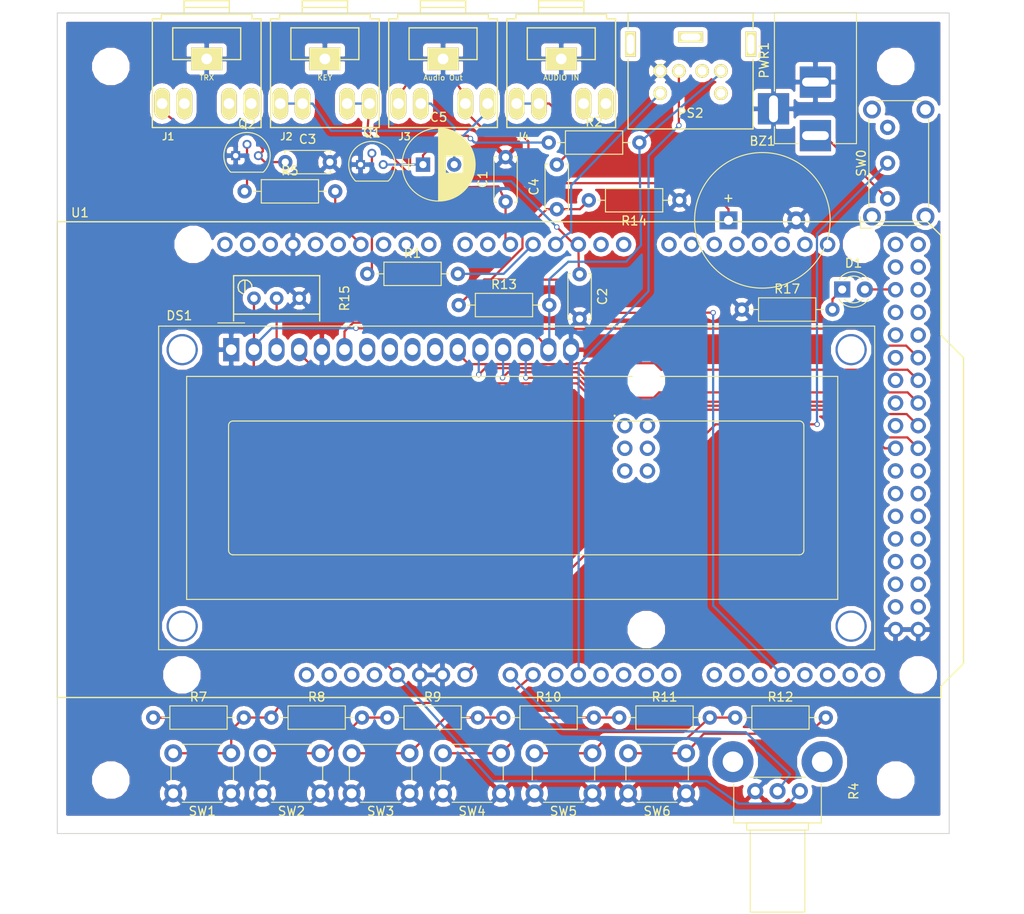
<source format=kicad_pcb>
(kicad_pcb (version 4) (host pcbnew 4.0.7-e2-6376~61~ubuntu18.04.1)
  (layers (0 F.Cu signal) (31 B.Cu signal) (34 B.Paste user) (35 F.Paste user) (36 B.SilkS user) (37 F.SilkS user) (38 B.Mask user) (39 F.Mask user) (44 Edge.Cuts user))
  (net 0 "")
  (net 1 "Net-(BZ1-Pad1)")
  (net 2 GND)
  (net 3 "Net-(C1-Pad1)")
  (net 4 "Net-(C2-Pad1)")
  (net 5 "Net-(C3-Pad1)")
  (net 6 "Net-(C4-Pad1)")
  (net 7 "Net-(C4-Pad2)")
  (net 8 "Net-(C5-Pad1)")
  (net 9 "Net-(C5-Pad2)")
  (net 10 "Net-(DS1-Pad15)")
  (net 11 "Net-(DS1-Pad3)")
  (net 12 "Net-(DS1-Pad4)")
  (net 13 "Net-(DS1-Pad6)")
  (net 14 "Net-(DS1-Pad7)")
  (net 15 "Net-(DS1-Pad8)")
  (net 16 "Net-(DS1-Pad9)")
  (net 17 "Net-(DS1-Pad10)")
  (net 18 "Net-(DS1-Pad11)")
  (net 19 "Net-(DS1-Pad12)")
  (net 20 "Net-(DS1-Pad13)")
  (net 21 "Net-(DS1-Pad14)")
  (net 22 "Net-(J1-Pad4)")
  (net 23 "Net-(J1-Pad5)")
  (net 24 "Net-(J5-Pad1)")
  (net 25 "Net-(J5-Pad2)")
  (net 26 "Net-(J5-Pad5)")
  (net 27 "Net-(J5-Pad6)")
  (net 28 "Net-(Q1-Pad2)")
  (net 29 "Net-(Q2-Pad2)")
  (net 30 "Net-(R1-Pad2)")
  (net 31 "Net-(R4-Pad2)")
  (net 32 "Net-(R5-Pad2)")
  (net 33 "Net-(R8-Pad2)")
  (net 34 "Net-(R10-Pad1)")
  (net 35 "Net-(R10-Pad2)")
  (net 36 "Net-(R11-Pad2)")
  (net 37 "Net-(R12-Pad2)")
  (net 38 "Net-(U1-PadRST2)")
  (net 39 "Net-(U1-PadGND4)")
  (net 40 "Net-(U1-PadMOSI)")
  (net 41 "Net-(U1-PadSCK)")
  (net 42 "Net-(U1-Pad5V2)")
  (net 43 "Net-(U1-Pad3V3)")
  (net 44 "Net-(U1-PadRST1)")
  (net 45 "Net-(U1-PadIORF)")
  (net 46 "Net-(U1-PadD21)")
  (net 47 "Net-(U1-PadD20)")
  (net 48 "Net-(U1-PadD19)")
  (net 49 "Net-(U1-PadD18)")
  (net 50 "Net-(U1-PadD17)")
  (net 51 "Net-(U1-PadD16)")
  (net 52 "Net-(U1-PadD15)")
  (net 53 "Net-(U1-PadD14)")
  (net 54 "Net-(U1-PadD0)")
  (net 55 "Net-(U1-PadD1)")
  (net 56 "Net-(U1-PadD6)")
  (net 57 "Net-(U1-PadD7)")
  (net 58 "Net-(U1-PadD8)")
  (net 59 "Net-(U1-PadD9)")
  (net 60 "Net-(U1-PadD10)")
  (net 61 "Net-(U1-PadSCL)")
  (net 62 "Net-(U1-PadSDA)")
  (net 63 "Net-(U1-PadAREF)")
  (net 64 "Net-(U1-PadD13)")
  (net 65 "Net-(U1-PadD12)")
  (net 66 "Net-(U1-PadA4)")
  (net 67 "Net-(U1-PadA5)")
  (net 68 "Net-(U1-PadA6)")
  (net 69 "Net-(U1-PadA7)")
  (net 70 "Net-(U1-PadA8)")
  (net 71 "Net-(U1-PadA9)")
  (net 72 "Net-(U1-PadA10)")
  (net 73 "Net-(U1-PadA12)")
  (net 74 "Net-(U1-PadA13)")
  (net 75 "Net-(U1-PadA14)")
  (net 76 "Net-(U1-PadA15)")
  (net 77 "Net-(U1-Pad5V3)")
  (net 78 "Net-(U1-Pad5V4)")
  (net 79 "Net-(U1-PadD22)")
  (net 80 "Net-(U1-PadD23)")
  (net 81 "Net-(U1-PadD25)")
  (net 82 "Net-(U1-PadD26)")
  (net 83 "Net-(U1-PadD27)")
  (net 84 "Net-(U1-PadD28)")
  (net 85 "Net-(U1-PadD29)")
  (net 86 "Net-(U1-PadD30)")
  (net 87 "Net-(U1-PadD32)")
  (net 88 "Net-(U1-PadD34)")
  (net 89 "Net-(U1-PadD36)")
  (net 90 "Net-(U1-PadD40)")
  (net 91 "Net-(U1-PadD41)")
  (net 92 "Net-(U1-PadD42)")
  (net 93 "Net-(U1-PadD43)")
  (net 94 "Net-(U1-PadD44)")
  (net 95 "Net-(U1-PadD45)")
  (net 96 "Net-(U1-PadD46)")
  (net 97 "Net-(U1-PadD47)")
  (net 98 "Net-(U1-PadD48)")
  (net 99 "Net-(U1-PadD49)")
  (net 100 "Net-(U1-PadD50)")
  (net 101 "Net-(U1-PadD51)")
  (net 102 "Net-(U1-PadD52)")
  (net 103 "Net-(U1-PadD53)")
  (net 104 "Net-(U1-PadMISO)")
  (net 105 "Net-(PWR1-Pad1)")
  (net 106 "Net-(SW0-Pad2)")
  (net 107 "Net-(D1-Pad1)")
  (net 108 "Net-(D1-Pad2)")
  (net 109 "Net-(R7-Pad2)")
  (net 110 "Net-(U1-PadA2)")
  (net 111 "Net-(J1-Pad2)")
  (net 112 "Net-(J4-Pad2)")
  (net 113 "Net-(J4-Pad5)")
  (module Buzzers_Beepers:Buzzer_15x7.5RM7.6 (layer F.Cu) (at 155.25 82.25)
    (fp_text reference BZ1 (at 3.81 -8.89) (layer F.SilkS))
    (fp_text value Buzzer)
    (fp_text user + (at -0.01 -2.54) (layer F.SilkS))
    (pad 1 thru_hole rect (at 0 0) (size 2 2) (drill 1) (layers *.Cu *.Mask) (net 1 "Net-(BZ1-Pad1)"))
    (pad 2 thru_hole circle (at 7.6 0) (size 2 2) (drill 1) (layers *.Cu *.Mask) (net 2 GND))
  )
  (module Capacitors_THT:CP_Radial_D8.0mm_P3.50mm (layer F.Cu) (at 121 76)
    (fp_text reference C5 (at 1.75 -5.31) (layer F.SilkS))
    (fp_text value 100uf)
    (pad 1 thru_hole rect (at 0 0) (size 1.6 1.6) (drill 0.8) (layers *.Cu *.Mask) (net 8 "Net-(C5-Pad1)"))
    (pad 2 thru_hole circle (at 3.5 0) (size 1.6 1.6) (drill 0.8) (layers *.Cu *.Mask) (net 9 "Net-(C5-Pad2)"))
  )
  (module Agilack:din6-schurter-4850261 (layer F.Cu) (at 151 65.5 180)
    (fp_text reference J5 hide)
    (fp_text value PS2 (at 0 -4.7244 180) (layer F.SilkS))
    (pad 1 thru_hole circle (at 1.3 0 180) (size 1.524 1.524) (drill 1.016) (layers *.Cu *.Mask F.SilkS) (net 24 "Net-(J5-Pad1)"))
    (pad 2 thru_hole circle (at -1.3 0 180) (size 1.524 1.524) (drill 1.016) (layers *.Cu *.Mask F.SilkS) (net 25 "Net-(J5-Pad2)"))
    (pad 3 thru_hole circle (at 3.4 0 180) (size 1.524 1.524) (drill 1.016) (layers *.Cu *.Mask F.SilkS) (net 2 GND))
    (pad 4 thru_hole circle (at -3.4 0 180) (size 1.524 1.524) (drill 1.016) (layers *.Cu *.Mask F.SilkS) (net 10 "Net-(DS1-Pad15)"))
    (pad 5 thru_hole circle (at 3.4 -2.5 180) (size 1.524 1.524) (drill 1.016) (layers *.Cu *.Mask F.SilkS) (net 26 "Net-(J5-Pad5)"))
    (pad 6 thru_hole circle (at -3.4 -2.5 180) (size 1.524 1.524) (drill 1.016) (layers *.Cu *.Mask F.SilkS) (net 27 "Net-(J5-Pad6)"))
    (pad 0 thru_hole rect (at -6.75 3 180) (size 1.2 2.8) (drill oval 0.8 2.2) (layers *.Cu *.Mask F.SilkS))
    (pad 0 thru_hole rect (at 6.75 3 180) (size 1.2 2.8) (drill oval 0.8 2.2) (layers *.Cu *.Mask F.SilkS))
    (pad 0 thru_hole rect (at 0 3.8 180) (size 2.8 1.2) (drill oval 2.2 0.8) (layers *.Cu *.Mask F.SilkS))
  )
  (module TO_SOT_Packages_THT:TO-92_Molded_Narrow (layer F.Cu) (at 114 76)
    (fp_text reference Q1 (at 1.27 -3.56) (layer F.SilkS))
    (fp_text value PN2222A)
    (pad 2 thru_hole circle (at 1.27 -1.27 90) (size 1 1) (drill 0.6) (layers *.Cu *.Mask) (net 28 "Net-(Q1-Pad2)"))
    (pad 3 thru_hole circle (at 2.54 0 90) (size 1 1) (drill 0.6) (layers *.Cu *.Mask) (net 8 "Net-(C5-Pad1)"))
    (pad 1 thru_hole rect (at 0 0 90) (size 1 1) (drill 0.6) (layers *.Cu *.Mask) (net 2 GND))
  )
  (module TO_SOT_Packages_THT:TO-92_Molded_Narrow (layer F.Cu) (at 100 75)
    (fp_text reference Q2 (at 1.27 -3.56) (layer F.SilkS))
    (fp_text value PN2222A)
    (pad 2 thru_hole circle (at 1.27 -1.27 90) (size 1 1) (drill 0.6) (layers *.Cu *.Mask) (net 29 "Net-(Q2-Pad2)"))
    (pad 3 thru_hole circle (at 2.54 0 90) (size 1 1) (drill 0.6) (layers *.Cu *.Mask) (net 5 "Net-(C3-Pad1)"))
    (pad 1 thru_hole rect (at 0 0 90) (size 1 1) (drill 0.6) (layers *.Cu *.Mask) (net 2 GND))
  )
  (module Resistors_THT:R_Axial_DIN0207_L6.3mm_D2.5mm_P10.16mm_Horizontal (layer F.Cu) (at 114.75 88.25)
    (fp_text reference R1 (at 5.08 -2.31) (layer F.SilkS))
    (fp_text value 100)
    (pad 1 thru_hole circle (at 0 0) (size 1.6 1.6) (drill 0.8) (layers *.Cu *.Mask) (net 28 "Net-(Q1-Pad2)"))
    (pad 2 thru_hole oval (at 10.16 0) (size 1.6 1.6) (drill 0.8) (layers *.Cu *.Mask) (net 30 "Net-(R1-Pad2)"))
  )
  (module Resistors_THT:R_Axial_DIN0207_L6.3mm_D2.5mm_P10.16mm_Horizontal (layer F.Cu) (at 135.1 73.53)
    (fp_text reference R2 (at 5.08 -2.31) (layer F.SilkS))
    (fp_text value 100)
    (pad 1 thru_hole circle (at 0 0) (size 1.6 1.6) (drill 0.8) (layers *.Cu *.Mask) (net 8 "Net-(C5-Pad1)"))
    (pad 2 thru_hole oval (at 10.16 0) (size 1.6 1.6) (drill 0.8) (layers *.Cu *.Mask) (net 10 "Net-(DS1-Pad15)"))
  )
  (module Potentiometers:Potentiometer_Bourns_PTV09A-2_Vertical (layer F.Cu) (at 158.25 146.25 270)
    (fp_text reference R4 (at 0 -11.05 270) (layer F.SilkS))
    (fp_text value 10k)
    (pad 3 thru_hole circle (at 0 -5 270) (size 1.8 1.8) (drill 1) (layers *.Cu *.Mask) (net 10 "Net-(DS1-Pad15)"))
    (pad 2 thru_hole circle (at 0 -2.5 270) (size 1.8 1.8) (drill 1) (layers *.Cu *.Mask) (net 31 "Net-(R4-Pad2)"))
    (pad 1 thru_hole circle (at 0 0 270) (size 1.8 1.8) (drill 1) (layers *.Cu *.Mask) (net 2 GND))
    (pad 0 thru_hole circle (at -3.3 -7.5 270) (size 4.6 4.6) (drill 2.3) (layers *.Cu *.Mask))
    (pad 0 thru_hole circle (at -3.3 2.5 270) (size 4.6 4.6) (drill 2.3) (layers *.Cu *.Mask))
  )
  (module Resistors_THT:R_Axial_DIN0207_L6.3mm_D2.5mm_P10.16mm_Horizontal (layer F.Cu) (at 101 79)
    (fp_text reference R5 (at 5.08 -2.31) (layer F.SilkS))
    (fp_text value 100)
    (pad 1 thru_hole circle (at 0 0) (size 1.6 1.6) (drill 0.8) (layers *.Cu *.Mask) (net 29 "Net-(Q2-Pad2)"))
    (pad 2 thru_hole oval (at 10.16 0) (size 1.6 1.6) (drill 0.8) (layers *.Cu *.Mask) (net 32 "Net-(R5-Pad2)"))
  )
  (module Resistors_THT:R_Axial_DIN0207_L6.3mm_D2.5mm_P10.16mm_Horizontal (layer F.Cu) (at 90.75 138)
    (fp_text reference R7 (at 5.08 -2.31) (layer F.SilkS))
    (fp_text value 10k)
    (pad 1 thru_hole circle (at 0 0) (size 1.6 1.6) (drill 0.8) (layers *.Cu *.Mask) (net 10 "Net-(DS1-Pad15)"))
    (pad 2 thru_hole oval (at 10.16 0) (size 1.6 1.6) (drill 0.8) (layers *.Cu *.Mask) (net 109 "Net-(R7-Pad2)"))
  )
  (module Resistors_THT:R_Axial_DIN0207_L6.3mm_D2.5mm_P10.16mm_Horizontal (layer F.Cu) (at 104 138)
    (fp_text reference R8 (at 5.08 -2.31) (layer F.SilkS))
    (fp_text value 1k)
    (pad 1 thru_hole circle (at 0 0) (size 1.6 1.6) (drill 0.8) (layers *.Cu *.Mask) (net 109 "Net-(R7-Pad2)"))
    (pad 2 thru_hole oval (at 10.16 0) (size 1.6 1.6) (drill 0.8) (layers *.Cu *.Mask) (net 33 "Net-(R8-Pad2)"))
  )
  (module Resistors_THT:R_Axial_DIN0207_L6.3mm_D2.5mm_P10.16mm_Horizontal (layer F.Cu) (at 117 138)
    (fp_text reference R9 (at 5.08 -2.31) (layer F.SilkS))
    (fp_text value 1k)
    (pad 1 thru_hole circle (at 0 0) (size 1.6 1.6) (drill 0.8) (layers *.Cu *.Mask) (net 33 "Net-(R8-Pad2)"))
    (pad 2 thru_hole oval (at 10.16 0) (size 1.6 1.6) (drill 0.8) (layers *.Cu *.Mask) (net 34 "Net-(R10-Pad1)"))
  )
  (module Resistors_THT:R_Axial_DIN0207_L6.3mm_D2.5mm_P10.16mm_Horizontal (layer F.Cu) (at 130 138)
    (fp_text reference R10 (at 5.08 -2.31) (layer F.SilkS))
    (fp_text value 1k)
    (pad 1 thru_hole circle (at 0 0) (size 1.6 1.6) (drill 0.8) (layers *.Cu *.Mask) (net 34 "Net-(R10-Pad1)"))
    (pad 2 thru_hole oval (at 10.16 0) (size 1.6 1.6) (drill 0.8) (layers *.Cu *.Mask) (net 35 "Net-(R10-Pad2)"))
  )
  (module Resistors_THT:R_Axial_DIN0207_L6.3mm_D2.5mm_P10.16mm_Horizontal (layer F.Cu) (at 143 138)
    (fp_text reference R11 (at 5.08 -2.31) (layer F.SilkS))
    (fp_text value 1k)
    (pad 1 thru_hole circle (at 0 0) (size 1.6 1.6) (drill 0.8) (layers *.Cu *.Mask) (net 35 "Net-(R10-Pad2)"))
    (pad 2 thru_hole oval (at 10.16 0) (size 1.6 1.6) (drill 0.8) (layers *.Cu *.Mask) (net 36 "Net-(R11-Pad2)"))
  )
  (module Resistors_THT:R_Axial_DIN0207_L6.3mm_D2.5mm_P10.16mm_Horizontal (layer F.Cu) (at 156 138)
    (fp_text reference R12 (at 5.08 -2.31) (layer F.SilkS))
    (fp_text value 1k)
    (pad 1 thru_hole circle (at 0 0) (size 1.6 1.6) (drill 0.8) (layers *.Cu *.Mask) (net 36 "Net-(R11-Pad2)"))
    (pad 2 thru_hole oval (at 10.16 0) (size 1.6 1.6) (drill 0.8) (layers *.Cu *.Mask) (net 37 "Net-(R12-Pad2)"))
  )
  (module Resistors_THT:R_Axial_DIN0207_L6.3mm_D2.5mm_P10.16mm_Horizontal (layer F.Cu) (at 125 91.75)
    (fp_text reference R13 (at 5.08 -2.31) (layer F.SilkS))
    (fp_text value 10k)
    (pad 1 thru_hole circle (at 0 0) (size 1.6 1.6) (drill 0.8) (layers *.Cu *.Mask) (net 6 "Net-(C4-Pad1)"))
    (pad 2 thru_hole oval (at 10.16 0) (size 1.6 1.6) (drill 0.8) (layers *.Cu *.Mask) (net 10 "Net-(DS1-Pad15)"))
  )
  (module Resistors_THT:R_Axial_DIN0207_L6.3mm_D2.5mm_P10.16mm_Horizontal (layer F.Cu) (at 149.75 80 180)
    (fp_text reference R14 (at 5.08 -2.31 180) (layer F.SilkS))
    (fp_text value 10k)
    (pad 1 thru_hole circle (at 0 0 180) (size 1.6 1.6) (drill 0.8) (layers *.Cu *.Mask) (net 2 GND))
    (pad 2 thru_hole oval (at 10.16 0 180) (size 1.6 1.6) (drill 0.8) (layers *.Cu *.Mask) (net 6 "Net-(C4-Pad1)"))
  )
  (module Buttons_Switches_THT:SW_PUSH_6mm (layer F.Cu) (at 99.5 146.5 180)
    (fp_text reference SW1 (at 3.25 -2 180) (layer F.SilkS))
    (fp_text value SW_Push)
    (pad 2 thru_hole circle (at 0 4.5 270) (size 2 2) (drill 1.1) (layers *.Cu *.Mask) (net 109 "Net-(R7-Pad2)"))
    (pad 1 thru_hole circle (at 0 0 270) (size 2 2) (drill 1.1) (layers *.Cu *.Mask) (net 2 GND))
    (pad 2 thru_hole circle (at 6.5 4.5 270) (size 2 2) (drill 1.1) (layers *.Cu *.Mask) (net 109 "Net-(R7-Pad2)"))
    (pad 1 thru_hole circle (at 6.5 0 270) (size 2 2) (drill 1.1) (layers *.Cu *.Mask) (net 2 GND))
  )
  (module Buttons_Switches_THT:SW_PUSH_6mm (layer F.Cu) (at 109.5 146.5 180)
    (fp_text reference SW2 (at 3.25 -2 180) (layer F.SilkS))
    (fp_text value SW_Push)
    (pad 2 thru_hole circle (at 0 4.5 270) (size 2 2) (drill 1.1) (layers *.Cu *.Mask) (net 33 "Net-(R8-Pad2)"))
    (pad 1 thru_hole circle (at 0 0 270) (size 2 2) (drill 1.1) (layers *.Cu *.Mask) (net 2 GND))
    (pad 2 thru_hole circle (at 6.5 4.5 270) (size 2 2) (drill 1.1) (layers *.Cu *.Mask) (net 33 "Net-(R8-Pad2)"))
    (pad 1 thru_hole circle (at 6.5 0 270) (size 2 2) (drill 1.1) (layers *.Cu *.Mask) (net 2 GND))
  )
  (module Buttons_Switches_THT:SW_PUSH_6mm (layer F.Cu) (at 119.5 146.5 180)
    (fp_text reference SW3 (at 3.25 -2 180) (layer F.SilkS))
    (fp_text value SW_Push)
    (pad 2 thru_hole circle (at 0 4.5 270) (size 2 2) (drill 1.1) (layers *.Cu *.Mask) (net 34 "Net-(R10-Pad1)"))
    (pad 1 thru_hole circle (at 0 0 270) (size 2 2) (drill 1.1) (layers *.Cu *.Mask) (net 2 GND))
    (pad 2 thru_hole circle (at 6.5 4.5 270) (size 2 2) (drill 1.1) (layers *.Cu *.Mask) (net 34 "Net-(R10-Pad1)"))
    (pad 1 thru_hole circle (at 6.5 0 270) (size 2 2) (drill 1.1) (layers *.Cu *.Mask) (net 2 GND))
  )
  (module Buttons_Switches_THT:SW_PUSH_6mm (layer F.Cu) (at 129.75 146.5 180)
    (fp_text reference SW4 (at 3.25 -2 180) (layer F.SilkS))
    (fp_text value SW_Push)
    (pad 2 thru_hole circle (at 0 4.5 270) (size 2 2) (drill 1.1) (layers *.Cu *.Mask) (net 35 "Net-(R10-Pad2)"))
    (pad 1 thru_hole circle (at 0 0 270) (size 2 2) (drill 1.1) (layers *.Cu *.Mask) (net 2 GND))
    (pad 2 thru_hole circle (at 6.5 4.5 270) (size 2 2) (drill 1.1) (layers *.Cu *.Mask) (net 35 "Net-(R10-Pad2)"))
    (pad 1 thru_hole circle (at 6.5 0 270) (size 2 2) (drill 1.1) (layers *.Cu *.Mask) (net 2 GND))
  )
  (module Buttons_Switches_THT:SW_PUSH_6mm (layer F.Cu) (at 140 146.5 180)
    (fp_text reference SW5 (at 3.25 -2 180) (layer F.SilkS))
    (fp_text value SW_Push)
    (pad 2 thru_hole circle (at 0 4.5 270) (size 2 2) (drill 1.1) (layers *.Cu *.Mask) (net 36 "Net-(R11-Pad2)"))
    (pad 1 thru_hole circle (at 0 0 270) (size 2 2) (drill 1.1) (layers *.Cu *.Mask) (net 2 GND))
    (pad 2 thru_hole circle (at 6.5 4.5 270) (size 2 2) (drill 1.1) (layers *.Cu *.Mask) (net 36 "Net-(R11-Pad2)"))
    (pad 1 thru_hole circle (at 6.5 0 270) (size 2 2) (drill 1.1) (layers *.Cu *.Mask) (net 2 GND))
  )
  (module Buttons_Switches_THT:SW_PUSH_6mm (layer F.Cu) (at 150.5 146.5 180)
    (fp_text reference SW6 (at 3.25 -2 180) (layer F.SilkS))
    (fp_text value SW_Push)
    (pad 2 thru_hole circle (at 0 4.5 270) (size 2 2) (drill 1.1) (layers *.Cu *.Mask) (net 37 "Net-(R12-Pad2)"))
    (pad 1 thru_hole circle (at 0 0 270) (size 2 2) (drill 1.1) (layers *.Cu *.Mask) (net 2 GND))
    (pad 2 thru_hole circle (at 6.5 4.5 270) (size 2 2) (drill 1.1) (layers *.Cu *.Mask) (net 37 "Net-(R12-Pad2)"))
    (pad 1 thru_hole circle (at 6.5 0 270) (size 2 2) (drill 1.1) (layers *.Cu *.Mask) (net 2 GND))
  )
  (module Arduino:Arduino_Mega2560_Shield (layer F.Cu) (at 80 135.75)
    (fp_text reference U1 (at 2.54 -54.356) (layer F.SilkS))
    (fp_text value Arduino_Mega2560_Shield)
    (fp_text user . (at 62.484 -32.004) (layer F.SilkS))
    (pad RST2 thru_hole oval (at 63.627 -25.4) (size 1.7272 1.7272) (drill 1.016) (layers *.Cu *.Mask) (net 38 "Net-(U1-PadRST2)"))
    (pad GND4 thru_hole oval (at 66.167 -25.4) (size 1.7272 1.7272) (drill 1.016) (layers *.Cu *.Mask) (net 39 "Net-(U1-PadGND4)"))
    (pad MOSI thru_hole oval (at 66.167 -27.94) (size 1.7272 1.7272) (drill 1.016) (layers *.Cu *.Mask) (net 40 "Net-(U1-PadMOSI)"))
    (pad SCK thru_hole oval (at 63.627 -27.94) (size 1.7272 1.7272) (drill 1.016) (layers *.Cu *.Mask) (net 41 "Net-(U1-PadSCK)"))
    (pad 5V2 thru_hole oval (at 66.167 -30.48) (size 1.7272 1.7272) (drill 1.016) (layers *.Cu *.Mask) (net 42 "Net-(U1-Pad5V2)"))
    (pad A0 thru_hole oval (at 50.8 -2.54) (size 1.7272 1.7272) (drill 1.016) (layers *.Cu *.Mask) (net 31 "Net-(R4-Pad2)"))
    (pad VIN thru_hole oval (at 45.72 -2.54) (size 1.7272 1.7272) (drill 1.016) (layers *.Cu *.Mask) (net 106 "Net-(SW0-Pad2)"))
    (pad GND3 thru_hole oval (at 43.18 -2.54) (size 1.7272 1.7272) (drill 1.016) (layers *.Cu *.Mask) (net 2 GND))
    (pad GND2 thru_hole oval (at 40.64 -2.54) (size 1.7272 1.7272) (drill 1.016) (layers *.Cu *.Mask) (net 2 GND))
    (pad 5V1 thru_hole oval (at 38.1 -2.54) (size 1.7272 1.7272) (drill 1.016) (layers *.Cu *.Mask) (net 10 "Net-(DS1-Pad15)"))
    (pad 3V3 thru_hole oval (at 35.56 -2.54) (size 1.7272 1.7272) (drill 1.016) (layers *.Cu *.Mask) (net 43 "Net-(U1-Pad3V3)"))
    (pad RST1 thru_hole oval (at 33.02 -2.54) (size 1.7272 1.7272) (drill 1.016) (layers *.Cu *.Mask) (net 44 "Net-(U1-PadRST1)"))
    (pad IORF thru_hole oval (at 30.48 -2.54) (size 1.7272 1.7272) (drill 1.016) (layers *.Cu *.Mask) (net 45 "Net-(U1-PadIORF)"))
    (pad D21 thru_hole oval (at 86.36 -50.8) (size 1.7272 1.7272) (drill 1.016) (layers *.Cu *.Mask) (net 46 "Net-(U1-PadD21)"))
    (pad D20 thru_hole oval (at 83.82 -50.8) (size 1.7272 1.7272) (drill 1.016) (layers *.Cu *.Mask) (net 47 "Net-(U1-PadD20)"))
    (pad D19 thru_hole oval (at 81.28 -50.8) (size 1.7272 1.7272) (drill 1.016) (layers *.Cu *.Mask) (net 48 "Net-(U1-PadD19)"))
    (pad D18 thru_hole oval (at 78.74 -50.8) (size 1.7272 1.7272) (drill 1.016) (layers *.Cu *.Mask) (net 49 "Net-(U1-PadD18)"))
    (pad D17 thru_hole oval (at 76.2 -50.8) (size 1.7272 1.7272) (drill 1.016) (layers *.Cu *.Mask) (net 50 "Net-(U1-PadD17)"))
    (pad D16 thru_hole oval (at 73.66 -50.8) (size 1.7272 1.7272) (drill 1.016) (layers *.Cu *.Mask) (net 51 "Net-(U1-PadD16)"))
    (pad D15 thru_hole oval (at 71.12 -50.8) (size 1.7272 1.7272) (drill 1.016) (layers *.Cu *.Mask) (net 52 "Net-(U1-PadD15)"))
    (pad D14 thru_hole oval (at 68.58 -50.8) (size 1.7272 1.7272) (drill 1.016) (layers *.Cu *.Mask) (net 53 "Net-(U1-PadD14)"))
    (pad D0 thru_hole oval (at 63.5 -50.8) (size 1.7272 1.7272) (drill 1.016) (layers *.Cu *.Mask) (net 54 "Net-(U1-PadD0)"))
    (pad D1 thru_hole oval (at 60.96 -50.8) (size 1.7272 1.7272) (drill 1.016) (layers *.Cu *.Mask) (net 55 "Net-(U1-PadD1)"))
    (pad D2 thru_hole oval (at 58.42 -50.8) (size 1.7272 1.7272) (drill 1.016) (layers *.Cu *.Mask) (net 4 "Net-(C2-Pad1)"))
    (pad D3 thru_hole oval (at 55.88 -50.8) (size 1.7272 1.7272) (drill 1.016) (layers *.Cu *.Mask) (net 26 "Net-(J5-Pad5)"))
    (pad D4 thru_hole oval (at 53.34 -50.8) (size 1.7272 1.7272) (drill 1.016) (layers *.Cu *.Mask) (net 30 "Net-(R1-Pad2)"))
    (pad D5 thru_hole oval (at 50.8 -50.8) (size 1.7272 1.7272) (drill 1.016) (layers *.Cu *.Mask) (net 3 "Net-(C1-Pad1)"))
    (pad D6 thru_hole oval (at 48.26 -50.8) (size 1.7272 1.7272) (drill 1.016) (layers *.Cu *.Mask) (net 56 "Net-(U1-PadD6)"))
    (pad D7 thru_hole oval (at 45.72 -50.8) (size 1.7272 1.7272) (drill 1.016) (layers *.Cu *.Mask) (net 57 "Net-(U1-PadD7)"))
    (pad GND1 thru_hole oval (at 26.416 -50.8) (size 1.7272 1.7272) (drill 1.016) (layers *.Cu *.Mask) (net 2 GND))
    (pad D8 thru_hole oval (at 41.656 -50.8) (size 1.7272 1.7272) (drill 1.016) (layers *.Cu *.Mask) (net 58 "Net-(U1-PadD8)"))
    (pad D9 thru_hole oval (at 39.116 -50.8) (size 1.7272 1.7272) (drill 1.016) (layers *.Cu *.Mask) (net 59 "Net-(U1-PadD9)"))
    (pad D10 thru_hole oval (at 36.576 -50.8) (size 1.7272 1.7272) (drill 1.016) (layers *.Cu *.Mask) (net 60 "Net-(U1-PadD10)"))
    (pad "" np_thru_hole circle (at 66.04 -7.62) (size 3.2 3.2) (drill 3.2) (layers *.Cu *.Mask))
    (pad "" np_thru_hole circle (at 66.04 -35.56) (size 3.2 3.2) (drill 3.2) (layers *.Cu *.Mask))
    (pad "" np_thru_hole circle (at 90.17 -50.8) (size 3.2 3.2) (drill 3.2) (layers *.Cu *.Mask))
    (pad "" np_thru_hole circle (at 15.24 -50.8) (size 3.2 3.2) (drill 3.2) (layers *.Cu *.Mask))
    (pad "" np_thru_hole circle (at 96.52 -2.54) (size 3.2 3.2) (drill 3.2) (layers *.Cu *.Mask))
    (pad "" np_thru_hole circle (at 13.97 -2.54) (size 3.2 3.2) (drill 3.2) (layers *.Cu *.Mask))
    (pad SCL thru_hole oval (at 18.796 -50.8) (size 1.7272 1.7272) (drill 1.016) (layers *.Cu *.Mask) (net 61 "Net-(U1-PadSCL)"))
    (pad SDA thru_hole oval (at 21.336 -50.8) (size 1.7272 1.7272) (drill 1.016) (layers *.Cu *.Mask) (net 62 "Net-(U1-PadSDA)"))
    (pad AREF thru_hole oval (at 23.876 -50.8) (size 1.7272 1.7272) (drill 1.016) (layers *.Cu *.Mask) (net 63 "Net-(U1-PadAREF)"))
    (pad D13 thru_hole oval (at 28.956 -50.8) (size 1.7272 1.7272) (drill 1.016) (layers *.Cu *.Mask) (net 64 "Net-(U1-PadD13)"))
    (pad D12 thru_hole oval (at 31.496 -50.8) (size 1.7272 1.7272) (drill 1.016) (layers *.Cu *.Mask) (net 65 "Net-(U1-PadD12)"))
    (pad D11 thru_hole oval (at 34.036 -50.8) (size 1.7272 1.7272) (drill 1.016) (layers *.Cu *.Mask) (net 32 "Net-(R5-Pad2)"))
    (pad "" thru_hole oval (at 27.94 -2.54) (size 1.7272 1.7272) (drill 1.016) (layers *.Cu *.Mask))
    (pad A1 thru_hole oval (at 53.34 -2.54) (size 1.7272 1.7272) (drill 1.016) (layers *.Cu *.Mask) (net 109 "Net-(R7-Pad2)"))
    (pad A2 thru_hole oval (at 55.88 -2.54) (size 1.7272 1.7272) (drill 1.016) (layers *.Cu *.Mask) (net 110 "Net-(U1-PadA2)"))
    (pad A3 thru_hole oval (at 58.42 -2.54) (size 1.7272 1.7272) (drill 1.016) (layers *.Cu *.Mask) (net 24 "Net-(J5-Pad1)"))
    (pad A4 thru_hole oval (at 60.96 -2.54) (size 1.7272 1.7272) (drill 1.016) (layers *.Cu *.Mask) (net 66 "Net-(U1-PadA4)"))
    (pad A5 thru_hole oval (at 63.5 -2.54) (size 1.7272 1.7272) (drill 1.016) (layers *.Cu *.Mask) (net 67 "Net-(U1-PadA5)"))
    (pad A6 thru_hole oval (at 66.04 -2.54) (size 1.7272 1.7272) (drill 1.016) (layers *.Cu *.Mask) (net 68 "Net-(U1-PadA6)"))
    (pad A7 thru_hole oval (at 68.58 -2.54) (size 1.7272 1.7272) (drill 1.016) (layers *.Cu *.Mask) (net 69 "Net-(U1-PadA7)"))
    (pad A8 thru_hole oval (at 73.66 -2.54) (size 1.7272 1.7272) (drill 1.016) (layers *.Cu *.Mask) (net 70 "Net-(U1-PadA8)"))
    (pad A9 thru_hole oval (at 76.2 -2.54) (size 1.7272 1.7272) (drill 1.016) (layers *.Cu *.Mask) (net 71 "Net-(U1-PadA9)"))
    (pad A10 thru_hole oval (at 78.74 -2.54) (size 1.7272 1.7272) (drill 1.016) (layers *.Cu *.Mask) (net 72 "Net-(U1-PadA10)"))
    (pad A11 thru_hole oval (at 81.28 -2.54) (size 1.7272 1.7272) (drill 1.016) (layers *.Cu *.Mask) (net 6 "Net-(C4-Pad1)"))
    (pad A12 thru_hole oval (at 83.82 -2.54) (size 1.7272 1.7272) (drill 1.016) (layers *.Cu *.Mask) (net 73 "Net-(U1-PadA12)"))
    (pad A13 thru_hole oval (at 86.36 -2.54) (size 1.7272 1.7272) (drill 1.016) (layers *.Cu *.Mask) (net 74 "Net-(U1-PadA13)"))
    (pad A14 thru_hole oval (at 88.9 -2.54) (size 1.7272 1.7272) (drill 1.016) (layers *.Cu *.Mask) (net 75 "Net-(U1-PadA14)"))
    (pad A15 thru_hole oval (at 91.44 -2.54) (size 1.7272 1.7272) (drill 1.016) (layers *.Cu *.Mask) (net 76 "Net-(U1-PadA15)"))
    (pad 5V3 thru_hole oval (at 93.98 -50.8) (size 1.7272 1.7272) (drill 1.016) (layers *.Cu *.Mask) (net 77 "Net-(U1-Pad5V3)"))
    (pad 5V4 thru_hole oval (at 96.52 -50.8) (size 1.7272 1.7272) (drill 1.016) (layers *.Cu *.Mask) (net 78 "Net-(U1-Pad5V4)"))
    (pad D22 thru_hole oval (at 93.98 -48.26) (size 1.7272 1.7272) (drill 1.016) (layers *.Cu *.Mask) (net 79 "Net-(U1-PadD22)"))
    (pad D23 thru_hole oval (at 96.52 -48.26) (size 1.7272 1.7272) (drill 1.016) (layers *.Cu *.Mask) (net 80 "Net-(U1-PadD23)"))
    (pad D24 thru_hole oval (at 93.98 -45.72) (size 1.7272 1.7272) (drill 1.016) (layers *.Cu *.Mask) (net 108 "Net-(D1-Pad2)"))
    (pad D25 thru_hole oval (at 96.52 -45.72) (size 1.7272 1.7272) (drill 1.016) (layers *.Cu *.Mask) (net 81 "Net-(U1-PadD25)"))
    (pad D26 thru_hole oval (at 93.98 -43.18) (size 1.7272 1.7272) (drill 1.016) (layers *.Cu *.Mask) (net 82 "Net-(U1-PadD26)"))
    (pad D27 thru_hole oval (at 96.52 -43.18) (size 1.7272 1.7272) (drill 1.016) (layers *.Cu *.Mask) (net 83 "Net-(U1-PadD27)"))
    (pad D28 thru_hole oval (at 93.98 -40.64) (size 1.7272 1.7272) (drill 1.016) (layers *.Cu *.Mask) (net 84 "Net-(U1-PadD28)"))
    (pad D29 thru_hole oval (at 96.52 -40.64) (size 1.7272 1.7272) (drill 1.016) (layers *.Cu *.Mask) (net 85 "Net-(U1-PadD29)"))
    (pad D30 thru_hole oval (at 93.98 -38.1) (size 1.7272 1.7272) (drill 1.016) (layers *.Cu *.Mask) (net 86 "Net-(U1-PadD30)"))
    (pad D31 thru_hole oval (at 96.52 -38.1) (size 1.7272 1.7272) (drill 1.016) (layers *.Cu *.Mask) (net 13 "Net-(DS1-Pad6)"))
    (pad D32 thru_hole oval (at 93.98 -35.56) (size 1.7272 1.7272) (drill 1.016) (layers *.Cu *.Mask) (net 87 "Net-(U1-PadD32)"))
    (pad D33 thru_hole oval (at 96.52 -35.56) (size 1.7272 1.7272) (drill 1.016) (layers *.Cu *.Mask) (net 18 "Net-(DS1-Pad11)"))
    (pad D34 thru_hole oval (at 93.98 -33.02) (size 1.7272 1.7272) (drill 1.016) (layers *.Cu *.Mask) (net 88 "Net-(U1-PadD34)"))
    (pad D35 thru_hole oval (at 96.52 -33.02) (size 1.7272 1.7272) (drill 1.016) (layers *.Cu *.Mask) (net 19 "Net-(DS1-Pad12)"))
    (pad D36 thru_hole oval (at 93.98 -30.48) (size 1.7272 1.7272) (drill 1.016) (layers *.Cu *.Mask) (net 89 "Net-(U1-PadD36)"))
    (pad D37 thru_hole oval (at 96.52 -30.48) (size 1.7272 1.7272) (drill 1.016) (layers *.Cu *.Mask) (net 20 "Net-(DS1-Pad13)"))
    (pad D38 thru_hole oval (at 93.98 -27.94) (size 1.7272 1.7272) (drill 1.016) (layers *.Cu *.Mask) (net 12 "Net-(DS1-Pad4)"))
    (pad D39 thru_hole oval (at 96.52 -27.94) (size 1.7272 1.7272) (drill 1.016) (layers *.Cu *.Mask) (net 21 "Net-(DS1-Pad14)"))
    (pad D40 thru_hole oval (at 93.98 -25.4) (size 1.7272 1.7272) (drill 1.016) (layers *.Cu *.Mask) (net 90 "Net-(U1-PadD40)"))
    (pad D41 thru_hole oval (at 96.52 -25.4) (size 1.7272 1.7272) (drill 1.016) (layers *.Cu *.Mask) (net 91 "Net-(U1-PadD41)"))
    (pad D42 thru_hole oval (at 93.98 -22.86) (size 1.7272 1.7272) (drill 1.016) (layers *.Cu *.Mask) (net 92 "Net-(U1-PadD42)"))
    (pad D43 thru_hole oval (at 96.52 -22.86) (size 1.7272 1.7272) (drill 1.016) (layers *.Cu *.Mask) (net 93 "Net-(U1-PadD43)"))
    (pad D44 thru_hole oval (at 93.98 -20.32) (size 1.7272 1.7272) (drill 1.016) (layers *.Cu *.Mask) (net 94 "Net-(U1-PadD44)"))
    (pad D45 thru_hole oval (at 96.52 -20.32) (size 1.7272 1.7272) (drill 1.016) (layers *.Cu *.Mask) (net 95 "Net-(U1-PadD45)"))
    (pad D46 thru_hole oval (at 93.98 -17.78) (size 1.7272 1.7272) (drill 1.016) (layers *.Cu *.Mask) (net 96 "Net-(U1-PadD46)"))
    (pad D47 thru_hole oval (at 96.52 -17.78) (size 1.7272 1.7272) (drill 1.016) (layers *.Cu *.Mask) (net 97 "Net-(U1-PadD47)"))
    (pad D48 thru_hole oval (at 93.98 -15.24) (size 1.7272 1.7272) (drill 1.016) (layers *.Cu *.Mask) (net 98 "Net-(U1-PadD48)"))
    (pad D49 thru_hole oval (at 96.52 -15.24) (size 1.7272 1.7272) (drill 1.016) (layers *.Cu *.Mask) (net 99 "Net-(U1-PadD49)"))
    (pad D50 thru_hole oval (at 93.98 -12.7) (size 1.7272 1.7272) (drill 1.016) (layers *.Cu *.Mask) (net 100 "Net-(U1-PadD50)"))
    (pad D51 thru_hole oval (at 96.52 -12.7) (size 1.7272 1.7272) (drill 1.016) (layers *.Cu *.Mask) (net 101 "Net-(U1-PadD51)"))
    (pad D52 thru_hole oval (at 93.98 -10.16) (size 1.7272 1.7272) (drill 1.016) (layers *.Cu *.Mask) (net 102 "Net-(U1-PadD52)"))
    (pad D53 thru_hole oval (at 96.52 -10.16) (size 1.7272 1.7272) (drill 1.016) (layers *.Cu *.Mask) (net 103 "Net-(U1-PadD53)"))
    (pad GND5 thru_hole oval (at 93.98 -7.62) (size 1.7272 1.7272) (drill 1.016) (layers *.Cu *.Mask) (net 2 GND))
    (pad GND6 thru_hole oval (at 96.52 -7.62) (size 1.7272 1.7272) (drill 1.016) (layers *.Cu *.Mask) (net 2 GND))
    (pad MISO thru_hole oval (at 63.627 -30.48) (size 1.7272 1.7272) (drill 1.016) (layers *.Cu *.Mask) (net 104 "Net-(U1-PadMISO)"))
  )
  (module Connectors:BARREL_JACK (layer F.Cu) (at 165 72.75 270)
    (fp_text reference PWR1 (at -8.45 5.75 450) (layer F.SilkS))
    (fp_text value Jack-DC)
    (pad 1 thru_hole rect (at 0 0 270) (size 3.5 3.5) (drill oval 1 3) (layers *.Cu *.Mask) (net 105 "Net-(PWR1-Pad1)"))
    (pad 2 thru_hole rect (at -6 0 270) (size 3.5 3.5) (drill oval 1 3) (layers *.Cu *.Mask) (net 2 GND))
    (pad 3 thru_hole rect (at -3 4.7 270) (size 3.5 3.5) (drill oval 3 1) (layers *.Cu *.Mask) (net 2 GND))
  )
  (module Mounting_Holes:MountingHole_3.2mm_M3 (layer F.Cu) (at 174 65)
    (fp_text reference "" (at 0 -4.2) (layer F.SilkS))
    (fp_text value "")
    (pad 1 np_thru_hole circle (at 0 0) (size 3.2 3.2) (drill 3.2) (layers *.Cu *.Mask))
  )
  (module Mounting_Holes:MountingHole_3.2mm_M3 (layer F.Cu) (at 174 145)
    (fp_text reference "" (at 0 -4.2) (layer F.SilkS))
    (fp_text value "")
    (pad 1 np_thru_hole circle (at 0 0) (size 3.2 3.2) (drill 3.2) (layers *.Cu *.Mask))
  )
  (module Mounting_Holes:MountingHole_3.2mm_M3 (layer F.Cu) (at 86 145)
    (fp_text reference "" (at 0 -4.2) (layer F.SilkS))
    (fp_text value "")
    (pad 1 np_thru_hole circle (at 0 0) (size 3.2 3.2) (drill 3.2) (layers *.Cu *.Mask))
  )
  (module Mounting_Holes:MountingHole_3.2mm_M3 (layer F.Cu) (at 86 65)
    (fp_text reference "" (at 0 -4.2) (layer F.SilkS))
    (fp_text value "")
    (pad 1 np_thru_hole circle (at 0 0) (size 3.2 3.2) (drill 3.2) (layers *.Cu *.Mask))
  )
  (module Capacitors_THT:C_Disc_D5.0mm_W2.5mm_P5.00mm (layer F.Cu) (at 130.26 80.16 90)
    (fp_text reference C1 (at 2.5 -2.56 90) (layer F.SilkS))
    (fp_text value 10nf)
    (pad 1 thru_hole circle (at 0 0 90) (size 1.6 1.6) (drill 0.8) (layers *.Cu *.Mask) (net 3 "Net-(C1-Pad1)"))
    (pad 2 thru_hole circle (at 5 0 90) (size 1.6 1.6) (drill 0.8) (layers *.Cu *.Mask) (net 2 GND))
  )
  (module Capacitors_THT:C_Disc_D5.0mm_W2.5mm_P5.00mm (layer F.Cu) (at 138.56 88.29 270)
    (fp_text reference C2 (at 2.5 -2.56 270) (layer F.SilkS))
    (fp_text value 10nf)
    (pad 1 thru_hole circle (at 0 0 270) (size 1.6 1.6) (drill 0.8) (layers *.Cu *.Mask) (net 4 "Net-(C2-Pad1)"))
    (pad 2 thru_hole circle (at 5 0 270) (size 1.6 1.6) (drill 0.8) (layers *.Cu *.Mask) (net 2 GND))
  )
  (module Capacitors_THT:C_Disc_D5.0mm_W2.5mm_P5.00mm (layer F.Cu) (at 105.56 75.72)
    (fp_text reference C3 (at 2.5 -2.56) (layer F.SilkS))
    (fp_text value 10nf)
    (pad 1 thru_hole circle (at 0 0) (size 1.6 1.6) (drill 0.8) (layers *.Cu *.Mask) (net 5 "Net-(C3-Pad1)"))
    (pad 2 thru_hole circle (at 5 0) (size 1.6 1.6) (drill 0.8) (layers *.Cu *.Mask) (net 2 GND))
  )
  (module Capacitors_THT:C_Disc_D5.0mm_W2.5mm_P5.00mm (layer F.Cu) (at 136 81 90)
    (fp_text reference C4 (at 2.5 -2.56 90) (layer F.SilkS))
    (fp_text value 100nf)
    (pad 1 thru_hole circle (at 0 0 90) (size 1.6 1.6) (drill 0.8) (layers *.Cu *.Mask) (net 6 "Net-(C4-Pad1)"))
    (pad 2 thru_hole circle (at 5 0 90) (size 1.6 1.6) (drill 0.8) (layers *.Cu *.Mask) (net 7 "Net-(C4-Pad2)"))
  )
  (module Potentiometers:Potentiometer_Bourns_3296W_3-8Zoll_Inline_ScrewUp (layer F.Cu) (at 102.05 90.99 270)
    (fp_text reference R15 (at 0 -10.16 270) (layer F.SilkS))
    (fp_text value 10k)
    (pad 2 thru_hole circle (at 0 -2.54 270) (size 1.524 1.524) (drill 0.8128) (layers *.Cu *.Mask) (net 11 "Net-(DS1-Pad3)"))
    (pad 3 thru_hole circle (at 0 -5.08 270) (size 1.524 1.524) (drill 0.8128) (layers *.Cu *.Mask) (net 2 GND))
    (pad 1 thru_hole circle (at 0 0 270) (size 1.524 1.524) (drill 0.8128) (layers *.Cu *.Mask) (net 10 "Net-(DS1-Pad15)"))
  )
  (module Buttons_Switches_THT:SW_E-Switch_EG1224_SPDT_Angled (layer F.Cu) (at 173.09 79.83 90)
    (fp_text reference SW0 (at 4 -2.95 90) (layer F.SilkS))
    (fp_text value SW_SPST)
    (pad "" thru_hole circle (at -2 -1.75 90) (size 2 2) (drill 1.2) (layers *.Cu *.Mask))
    (pad "" thru_hole circle (at 10 -1.75 90) (size 2 2) (drill 1.2) (layers *.Cu *.Mask))
    (pad "" thru_hole circle (at 10 4.25 90) (size 2 2) (drill 1.2) (layers *.Cu *.Mask))
    (pad "" thru_hole circle (at -2 4.25 90) (size 2 2) (drill 1.2) (layers *.Cu *.Mask))
    (pad 1 thru_hole circle (at 0 0 90) (size 1.7 1.7) (drill 0.9) (layers *.Cu *.Mask) (net 105 "Net-(PWR1-Pad1)"))
    (pad 2 thru_hole circle (at 4 0 90) (size 1.7 1.7) (drill 0.9) (layers *.Cu *.Mask) (net 106 "Net-(SW0-Pad2)"))
    (pad 3 thru_hole circle (at 8 0 90) (size 1.7 1.7) (drill 0.9) (layers *.Cu *.Mask))
  )
  (module LEDs:LED_D3.0mm (layer F.Cu) (at 168 90)
    (fp_text reference D1 (at 1.27 -2.96) (layer F.SilkS))
    (fp_text value LED)
    (pad 1 thru_hole rect (at 0 0) (size 1.8 1.8) (drill 0.9) (layers *.Cu *.Mask) (net 107 "Net-(D1-Pad1)"))
    (pad 2 thru_hole circle (at 2.54 0) (size 1.8 1.8) (drill 0.9) (layers *.Cu *.Mask) (net 108 "Net-(D1-Pad2)"))
  )
  (module Resistors_THT:R_Axial_DIN0207_L6.3mm_D2.5mm_P10.16mm_Horizontal (layer F.Cu) (at 156.75 92.25)
    (fp_text reference R17 (at 5.08 -2.31) (layer F.SilkS))
    (fp_text value 220)
    (pad 1 thru_hole circle (at 0 0) (size 1.6 1.6) (drill 0.8) (layers *.Cu *.Mask) (net 2 GND))
    (pad 2 thru_hole oval (at 10.16 0) (size 1.6 1.6) (drill 0.8) (layers *.Cu *.Mask) (net 107 "Net-(D1-Pad1)"))
  )
  (module Displays:WC1602A (layer F.Cu) (at 99.5 96.75)
    (fp_text reference DS1 (at -5.82 -3.81) (layer F.SilkS))
    (fp_text value WC1602A)
    (pad 1 thru_hole rect (at 0 0) (size 1.8 2.6) (drill 1.2) (layers *.Cu *.Mask) (net 2 GND))
    (pad 2 thru_hole oval (at 2.54 0) (size 1.8 2.6) (drill 1.2) (layers *.Cu *.Mask) (net 10 "Net-(DS1-Pad15)"))
    (pad 3 thru_hole oval (at 5.08 0) (size 1.8 2.6) (drill 1.2) (layers *.Cu *.Mask) (net 11 "Net-(DS1-Pad3)"))
    (pad 4 thru_hole oval (at 7.62 0) (size 1.8 2.6) (drill 1.2) (layers *.Cu *.Mask) (net 12 "Net-(DS1-Pad4)"))
    (pad 5 thru_hole oval (at 10.16 0) (size 1.8 2.6) (drill 1.2) (layers *.Cu *.Mask) (net 2 GND))
    (pad 6 thru_hole oval (at 12.7 0) (size 1.8 2.6) (drill 1.2) (layers *.Cu *.Mask) (net 13 "Net-(DS1-Pad6)"))
    (pad 7 thru_hole oval (at 15.24 0) (size 1.8 2.6) (drill 1.2) (layers *.Cu *.Mask) (net 14 "Net-(DS1-Pad7)"))
    (pad 8 thru_hole oval (at 17.78 0) (size 1.8 2.6) (drill 1.2) (layers *.Cu *.Mask) (net 15 "Net-(DS1-Pad8)"))
    (pad 9 thru_hole oval (at 20.32 0) (size 1.8 2.6) (drill 1.2) (layers *.Cu *.Mask) (net 16 "Net-(DS1-Pad9)"))
    (pad 10 thru_hole oval (at 22.86 0) (size 1.8 2.6) (drill 1.2) (layers *.Cu *.Mask) (net 17 "Net-(DS1-Pad10)"))
    (pad 11 thru_hole oval (at 25.4 0) (size 1.8 2.6) (drill 1.2) (layers *.Cu *.Mask) (net 18 "Net-(DS1-Pad11)"))
    (pad 12 thru_hole oval (at 27.94 0) (size 1.8 2.6) (drill 1.2) (layers *.Cu *.Mask) (net 19 "Net-(DS1-Pad12)"))
    (pad 13 thru_hole oval (at 30.48 0) (size 1.8 2.6) (drill 1.2) (layers *.Cu *.Mask) (net 20 "Net-(DS1-Pad13)"))
    (pad 14 thru_hole oval (at 33.02 0) (size 1.8 2.6) (drill 1.2) (layers *.Cu *.Mask) (net 21 "Net-(DS1-Pad14)"))
    (pad 15 thru_hole oval (at 35.56 0) (size 1.8 2.6) (drill 1.2) (layers *.Cu *.Mask) (net 10 "Net-(DS1-Pad15)"))
    (pad 16 thru_hole oval (at 38.1 0) (size 1.8 2.6) (drill 1.2) (layers *.Cu *.Mask) (net 2 GND))
    (pad "" thru_hole circle (at -5.4991 0) (size 3.5 3.5) (drill 3) (layers *.Cu *.Mask))
    (pad "" thru_hole circle (at -5.4991 31.0007) (size 3.5 3.5) (drill 3) (layers *.Cu *.Mask))
    (pad "" thru_hole circle (at 69.49948 31.0007) (size 3.5 3.5) (drill 3) (layers *.Cu *.Mask))
    (pad "" thru_hole circle (at 69.5 0) (size 3.5 3.5) (drill 3) (layers *.Cu *.Mask))
  )
  (module Tayda:Tayda_3.5mm_stereo_TRS_jack_A-853 (layer F.Cu) (at 123.25 65.75)
    (fp_text reference J3 (at -4.318 7.112) (layer F.SilkS) (effects (font (size 0.8 0.8))))
    (fp_text value "Audio Out" (at 0 0.508) (layer F.SilkS) (effects (font (size 0.6 0.6) (thickness 0.1))))
    (pad 3 thru_hole rect (at 0 -1.596) (size 3.5 2.5) (drill 1.2) (layers *.Cu *.Mask F.SilkS) (net 2 GND))
    (pad 2 thru_hole oval (at 5 3.41) (size 1.75 3.5) (drill 1.2) (layers *.Cu *.Mask F.SilkS) (net 9 "Net-(C5-Pad2)"))
    (pad 1 thru_hole oval (at -5 3.41) (size 1.75 3.5) (drill 1.2) (layers *.Cu *.Mask F.SilkS) (net 1 "Net-(BZ1-Pad1)"))
    (pad 5 thru_hole oval (at 2.5 3.41) (size 1.75 3.5) (drill 1.2) (layers *.Cu *.Mask F.SilkS) (net 1 "Net-(BZ1-Pad1)"))
    (pad 4 thru_hole oval (at -2.5 3.41) (size 1.75 3.5) (drill 1.2) (layers *.Cu *.Mask F.SilkS) (net 9 "Net-(C5-Pad2)"))
  )
  (module Tayda:Tayda_3.5mm_stereo_TRS_jack_A-853 (layer F.Cu) (at 96.75 65.75)
    (fp_text reference J1 (at -4.318 7.112) (layer F.SilkS) (effects (font (size 0.8 0.8))))
    (fp_text value TRX (at 0 0.508) (layer F.SilkS) (effects (font (size 0.6 0.6) (thickness 0.1))))
    (pad 3 thru_hole rect (at 0 -1.596) (size 3.5 2.5) (drill 1.2) (layers *.Cu *.Mask F.SilkS) (net 2 GND))
    (pad 2 thru_hole oval (at 5 3.41) (size 1.75 3.5) (drill 1.2) (layers *.Cu *.Mask F.SilkS) (net 111 "Net-(J1-Pad2)"))
    (pad 1 thru_hole oval (at -5 3.41) (size 1.75 3.5) (drill 1.2) (layers *.Cu *.Mask F.SilkS) (net 5 "Net-(C3-Pad1)"))
    (pad 5 thru_hole oval (at 2.5 3.41) (size 1.75 3.5) (drill 1.2) (layers *.Cu *.Mask F.SilkS) (net 23 "Net-(J1-Pad5)"))
    (pad 4 thru_hole oval (at -2.5 3.41) (size 1.75 3.5) (drill 1.2) (layers *.Cu *.Mask F.SilkS) (net 22 "Net-(J1-Pad4)"))
  )
  (module Tayda:Tayda_3.5mm_stereo_TRS_jack_A-853 (layer F.Cu) (at 110 65.75)
    (fp_text reference J2 (at -4.318 7.112) (layer F.SilkS) (effects (font (size 0.8 0.8))))
    (fp_text value KEY (at 0 0.508) (layer F.SilkS) (effects (font (size 0.6 0.6) (thickness 0.1))))
    (pad 3 thru_hole rect (at 0 -1.596) (size 3.5 2.5) (drill 1.2) (layers *.Cu *.Mask F.SilkS) (net 2 GND))
    (pad 2 thru_hole oval (at 5 3.41) (size 1.75 3.5) (drill 1.2) (layers *.Cu *.Mask F.SilkS) (net 3 "Net-(C1-Pad1)"))
    (pad 1 thru_hole oval (at -5 3.41) (size 1.75 3.5) (drill 1.2) (layers *.Cu *.Mask F.SilkS) (net 4 "Net-(C2-Pad1)"))
    (pad 5 thru_hole oval (at 2.5 3.41) (size 1.75 3.5) (drill 1.2) (layers *.Cu *.Mask F.SilkS) (net 3 "Net-(C1-Pad1)"))
    (pad 4 thru_hole oval (at -2.5 3.41) (size 1.75 3.5) (drill 1.2) (layers *.Cu *.Mask F.SilkS) (net 4 "Net-(C2-Pad1)"))
  )
  (module Tayda:Tayda_3.5mm_stereo_TRS_jack_A-853 (layer F.Cu) (at 136.5 65.75)
    (fp_text reference J4 (at -4.318 7.112) (layer F.SilkS) (effects (font (size 0.8 0.8))))
    (fp_text value "AUDIO IN" (at 0 0.508) (layer F.SilkS) (effects (font (size 0.6 0.6) (thickness 0.1))))
    (pad 3 thru_hole rect (at 0 -1.596) (size 3.5 2.5) (drill 1.2) (layers *.Cu *.Mask F.SilkS) (net 2 GND))
    (pad 2 thru_hole oval (at 5 3.41) (size 1.75 3.5) (drill 1.2) (layers *.Cu *.Mask F.SilkS) (net 112 "Net-(J4-Pad2)"))
    (pad 1 thru_hole oval (at -5 3.41) (size 1.75 3.5) (drill 1.2) (layers *.Cu *.Mask F.SilkS) (net 7 "Net-(C4-Pad2)"))
    (pad 5 thru_hole oval (at 2.5 3.41) (size 1.75 3.5) (drill 1.2) (layers *.Cu *.Mask F.SilkS) (net 113 "Net-(J4-Pad5)"))
    (pad 4 thru_hole oval (at -2.5 3.41) (size 1.75 3.5) (drill 1.2) (layers *.Cu *.Mask F.SilkS) (net 7 "Net-(C4-Pad2)"))
  )
  (gr_text "W0ODJ\nv2" (at 88.79 86.67) (layer F.Cu) (effects (font (size 1.5 1.5) (thickness 0.3))))
  (gr_text "K3NG Keyer\nby" (at 89.69 78.85) (layer F.Cu) (effects (font (size 1.5 1.5) (thickness 0.3))))
  (gr_line (start 80 151) (end 80 59) (angle 90) (layer Edge.Cuts) (width 0.1))
  (gr_line (start 180 59) (end 180 151) (angle 90) (layer Edge.Cuts) (width 0.1))
  (gr_line (start 180 59) (end 80 59) (angle 90) (layer Edge.Cuts) (width 0.1))
  (gr_line (start 80 151) (end 180 151) (angle 90) (layer Edge.Cuts) (width 0.1))
  (segment (start 155.25 82.25) (end 155.25 81) (width 0.25) (layer F.Cu) (net 1))
  (segment (start 131.67 72.27) (end 127.985 72.27) (width 0.25) (layer F.Cu) (net 1))
  (segment (start 127.985 72.27) (end 125.75 70.035) (width 0.25) (layer F.Cu) (net 1))
  (segment (start 125.75 70.035) (end 125.75 69.16) (width 0.25) (layer F.Cu) (net 1))
  (segment (start 132.82 73.42) (end 131.67 72.27) (width 0.25) (layer F.Cu) (net 1))
  (segment (start 132.82 78.08) (end 132.82 73.42) (width 0.25) (layer F.Cu) (net 1))
  (segment (start 152.33 78.08) (end 132.82 78.08) (width 0.25) (layer F.Cu) (net 1))
  (segment (start 155.25 81) (end 152.33 78.08) (width 0.25) (layer F.Cu) (net 1))
  (segment (start 125.75 69.16) (end 125.75 68.285) (width 0.25) (layer F.Cu) (net 1))
  (segment (start 125.75 68.285) (end 124.56999 66.61499) (width 0.25) (layer F.Cu) (net 1))
  (segment (start 124.56999 66.61499) (end 119.47001 66.61499) (width 0.25) (layer F.Cu) (net 1))
  (segment (start 119.47001 66.61499) (end 118.25 68.285) (width 0.25) (layer F.Cu) (net 1))
  (segment (start 118.25 68.285) (end 118.25 69.16) (width 0.25) (layer F.Cu) (net 1))
  (segment (start 115 69.16) (end 112.5 69.16) (width 0.25) (layer B.Cu) (net 3))
  (segment (start 130.26 80.16) (end 129.450001 78.450001) (width 0.25) (layer F.Cu) (net 3))
  (segment (start 129.450001 78.450001) (end 121.024999 78.630001) (width 0.25) (layer F.Cu) (net 3))
  (segment (start 121.024999 78.630001) (end 114.76 72.365002) (width 0.25) (layer F.Cu) (net 3))
  (segment (start 130.26 80.16) (end 130.25 84.4) (width 0.25) (layer F.Cu) (net 3))
  (segment (start 130.25 84.4) (end 130.8 84.95) (width 0.25) (layer F.Cu) (net 3))
  (segment (start 114.76 72.365002) (end 115 69.16) (width 0.25) (layer F.Cu) (net 3))
  (segment (start 105 69.16) (end 107.5 69.16) (width 0.25) (layer B.Cu) (net 4))
  (segment (start 107.5 69.16) (end 108.625 69.16) (width 0.25) (layer B.Cu) (net 4))
  (segment (start 108.625 69.16) (end 110.69001 72.21501) (width 0.25) (layer B.Cu) (net 4))
  (segment (start 110.69001 72.21501) (end 123.3036 72.21501) (width 0.25) (layer B.Cu) (net 4))
  (segment (start 123.3036 72.21501) (end 123.364999 72.276409) (width 0.25) (layer B.Cu) (net 4))
  (segment (start 123.364999 72.276409) (end 123.374999 76.540001) (width 0.25) (layer B.Cu) (net 4))
  (segment (start 123.374999 76.540001) (end 124.709999 77.875001) (width 0.25) (layer B.Cu) (net 4))
  (segment (start 124.709999 77.875001) (end 130.875001 77.875001) (width 0.25) (layer B.Cu) (net 4))
  (segment (start 130.875001 77.875001) (end 136 83) (width 0.25) (layer B.Cu) (net 4))
  (via (at 136 83) (size 0.6) (drill 0.4) (layers F.Cu B.Cu) (net 4))
  (segment (start 138.42 84.95) (end 138.48 88.21) (width 0.25) (layer F.Cu) (net 4))
  (segment (start 138.48 88.21) (end 138.56 88.29) (width 0.25) (layer F.Cu) (net 4))
  (segment (start 136 83) (end 137.95 84.95) (width 0.25) (layer F.Cu) (net 4))
  (segment (start 137.95 84.95) (end 138.42 84.95) (width 0.25) (layer F.Cu) (net 4))
  (segment (start 105.56 75.72) (end 103.26 75.72) (width 0.25) (layer F.Cu) (net 5))
  (segment (start 103.26 75.72) (end 102.54 75) (width 0.25) (layer F.Cu) (net 5))
  (segment (start 102.54 75) (end 103.039999 74.500001) (width 0.25) (layer F.Cu) (net 5))
  (segment (start 103.039999 74.500001) (end 103.039999 74.278997) (width 0.25) (layer F.Cu) (net 5))
  (segment (start 103.039999 74.278997) (end 101.336012 71.96501) (width 0.25) (layer F.Cu) (net 5))
  (segment (start 101.336012 71.96501) (end 94.29001 71.96501) (width 0.25) (layer F.Cu) (net 5))
  (segment (start 94.29001 71.96501) (end 91.75 70.035) (width 0.25) (layer F.Cu) (net 5))
  (segment (start 91.75 70.035) (end 91.75 69.16) (width 0.25) (layer F.Cu) (net 5))
  (segment (start 153.53 92.6) (end 153.53 125.46) (width 0.25) (layer B.Cu) (net 6))
  (segment (start 153.53 125.46) (end 161.28 133.21) (width 0.25) (layer B.Cu) (net 6))
  (segment (start 128.63 88.87913) (end 136.774128 88.90913) (width 0.25) (layer F.Cu) (net 6))
  (segment (start 136.774128 88.90913) (end 140.494998 92.63) (width 0.25) (layer F.Cu) (net 6))
  (segment (start 140.494998 92.63) (end 153.53 92.6) (width 0.25) (layer F.Cu) (net 6))
  (via (at 153.53 92.6) (size 0.6) (drill 0.4) (layers F.Cu B.Cu) (net 6))
  (segment (start 128.63 88.87913) (end 132.151399 85.357731) (width 0.25) (layer F.Cu) (net 6))
  (segment (start 125 91.75) (end 127.87087 88.87913) (width 0.25) (layer F.Cu) (net 6))
  (segment (start 127.87087 88.87913) (end 128.63 88.87913) (width 0.25) (layer F.Cu) (net 6))
  (segment (start 136 81) (end 138.59 81) (width 0.25) (layer F.Cu) (net 6))
  (segment (start 138.59 81) (end 139.59 80) (width 0.25) (layer F.Cu) (net 6))
  (segment (start 132.151399 85.357731) (end 132.151399 83.717231) (width 0.25) (layer F.Cu) (net 6))
  (segment (start 132.151399 83.717231) (end 134.86863 81) (width 0.25) (layer F.Cu) (net 6))
  (segment (start 134.86863 81) (end 136 81) (width 0.25) (layer F.Cu) (net 6))
  (segment (start 134 69.16) (end 131.5 69.16) (width 0.25) (layer B.Cu) (net 7))
  (segment (start 136 76) (end 137 75) (width 0.25) (layer F.Cu) (net 7))
  (segment (start 137 71) (end 135.16 69.16) (width 0.25) (layer F.Cu) (net 7))
  (segment (start 137 75) (end 137 71) (width 0.25) (layer F.Cu) (net 7))
  (segment (start 135.16 69.16) (end 134 69.16) (width 0.25) (layer F.Cu) (net 7))
  (segment (start 134 69.16) (end 134 70.035) (width 0.25) (layer B.Cu) (net 7))
  (segment (start 134 70.035) (end 133.874999 70.160001) (width 0.25) (layer B.Cu) (net 7))
  (segment (start 126.32 73.08) (end 126.020001 72.780001) (width 0.25) (layer F.Cu) (net 8))
  (segment (start 126.020001 72.780001) (end 123.169999 72.780001) (width 0.25) (layer F.Cu) (net 8))
  (segment (start 123.169999 72.780001) (end 121 74.95) (width 0.25) (layer F.Cu) (net 8))
  (segment (start 121 74.95) (end 121 76) (width 0.25) (layer F.Cu) (net 8))
  (segment (start 135.1 73.53) (end 126.77 73.53) (width 0.25) (layer B.Cu) (net 8))
  (segment (start 126.77 73.53) (end 126.32 73.08) (width 0.25) (layer B.Cu) (net 8))
  (via (at 126.32 73.08) (size 0.6) (drill 0.4) (layers F.Cu B.Cu) (net 8))
  (segment (start 121 76) (end 116.54 76) (width 0.25) (layer B.Cu) (net 8))
  (segment (start 128.25 70.035) (end 128.25 69.16) (width 0.25) (layer B.Cu) (net 9))
  (segment (start 124.5 73.785) (end 128.25 70.035) (width 0.25) (layer B.Cu) (net 9))
  (segment (start 120.75 69.16) (end 121.875 69.16) (width 0.25) (layer B.Cu) (net 9))
  (segment (start 121.875 69.16) (end 124.5 71.785) (width 0.25) (layer B.Cu) (net 9))
  (segment (start 124.5 76) (end 124.5 73.785) (width 0.25) (layer B.Cu) (net 9))
  (segment (start 124.5 71.785) (end 124.5 76) (width 0.25) (layer B.Cu) (net 9))
  (segment (start 113.48 94.35) (end 104.04 94.35) (width 0.25) (layer B.Cu) (net 10))
  (segment (start 104.04 94.35) (end 102.04 96.35) (width 0.25) (layer B.Cu) (net 10))
  (segment (start 102.04 96.35) (end 102.04 96.75) (width 0.25) (layer B.Cu) (net 10))
  (segment (start 113.83499 94.35499) (end 113.48 94.35) (width 0.25) (layer F.Cu) (net 10))
  (segment (start 135.06 96.75) (end 135.192425 96.84) (width 0.25) (layer F.Cu) (net 10))
  (segment (start 135.192425 96.84) (end 133.147415 94.44499) (width 0.25) (layer F.Cu) (net 10))
  (segment (start 133.147415 94.44499) (end 113.83499 94.35499) (width 0.25) (layer F.Cu) (net 10))
  (via (at 113.48 94.35) (size 0.6) (drill 0.4) (layers F.Cu B.Cu) (net 10))
  (segment (start 102.05 90.99) (end 102.05 96.74) (width 0.25) (layer F.Cu) (net 10))
  (segment (start 102.05 96.74) (end 102.04 96.75) (width 0.25) (layer F.Cu) (net 10))
  (segment (start 90.77 138.02) (end 92.869002 138.02) (width 0.25) (layer F.Cu) (net 10))
  (segment (start 92.869002 138.02) (end 102.03 129.259002) (width 0.25) (layer F.Cu) (net 10))
  (segment (start 102.03 129.259002) (end 102.03 98.02) (width 0.25) (layer F.Cu) (net 10))
  (segment (start 90.77 138.02) (end 90.75 138) (width 0.25) (layer F.Cu) (net 10))
  (segment (start 135.16 91.75) (end 135.16 96.65) (width 0.25) (layer B.Cu) (net 10))
  (segment (start 135.16 96.65) (end 135.06 96.75) (width 0.25) (layer B.Cu) (net 10))
  (segment (start 137.285001 86.894999) (end 135.16 88.84) (width 0.25) (layer B.Cu) (net 10))
  (segment (start 135.16 88.84) (end 135.16 91.75) (width 0.25) (layer B.Cu) (net 10))
  (segment (start 145.26 73.53) (end 145.44 85.04913) (width 0.25) (layer B.Cu) (net 10))
  (segment (start 145.44 85.04913) (end 143.774131 86.894999) (width 0.25) (layer B.Cu) (net 10))
  (segment (start 143.774131 86.894999) (end 137.285001 86.894999) (width 0.25) (layer B.Cu) (net 10))
  (segment (start 145.26 73.53) (end 154.4 65.76) (width 0.25) (layer B.Cu) (net 10))
  (segment (start 154.4 65.76) (end 154.4 65.5) (width 0.25) (layer B.Cu) (net 10))
  (segment (start 118.1 133.21) (end 128.804999 145.134999) (width 0.25) (layer B.Cu) (net 10))
  (segment (start 128.804999 145.134999) (end 152.829997 145.134999) (width 0.25) (layer B.Cu) (net 10))
  (segment (start 152.829997 145.134999) (end 156.379999 147.655001) (width 0.25) (layer B.Cu) (net 10))
  (segment (start 156.379999 147.655001) (end 162.014999 147.655001) (width 0.25) (layer B.Cu) (net 10))
  (segment (start 162.014999 147.655001) (end 163.25 146.25) (width 0.25) (layer B.Cu) (net 10))
  (segment (start 102.03 98.02) (end 102.04 117.15) (width 0.25) (layer F.Cu) (net 10))
  (segment (start 102.04 117.15) (end 118.1 133.21) (width 0.25) (layer F.Cu) (net 10))
  (segment (start 101.99 97.98) (end 102.03 98.02) (width 0.25) (layer F.Cu) (net 10))
  (segment (start 104.59 90.99) (end 104.59 96.74) (width 0.25) (layer F.Cu) (net 11))
  (segment (start 104.59 96.74) (end 104.58 96.75) (width 0.25) (layer F.Cu) (net 11))
  (segment (start 104.54 96.71) (end 104.58 96.75) (width 0.25) (layer F.Cu) (net 11))
  (segment (start 141.22 103.49) (end 138.255044 100.525044) (width 0.25) (layer F.Cu) (net 12))
  (segment (start 138.255044 100.525044) (end 110.495044 100.525044) (width 0.25) (layer F.Cu) (net 12))
  (segment (start 110.495044 100.525044) (end 107.12 97.15) (width 0.25) (layer F.Cu) (net 12))
  (segment (start 107.12 97.15) (end 107.12 96.75) (width 0.25) (layer F.Cu) (net 12))
  (segment (start 168.438686 103.49) (end 141.22 103.49) (width 0.25) (layer F.Cu) (net 12))
  (segment (start 173.98 107.81) (end 172.758686 107.81) (width 0.25) (layer F.Cu) (net 12))
  (segment (start 172.758686 107.81) (end 168.438686 103.49) (width 0.25) (layer F.Cu) (net 12))
  (segment (start 176.52 97.65) (end 175.168601 96.298601) (width 0.25) (layer F.Cu) (net 13))
  (segment (start 175.168601 96.298601) (end 172.248601 96.298601) (width 0.25) (layer F.Cu) (net 13))
  (segment (start 133.065055 93.724999) (end 113.179999 93.724999) (width 0.25) (layer F.Cu) (net 13))
  (segment (start 172.248601 96.298601) (end 171.36 95.41) (width 0.25) (layer F.Cu) (net 13))
  (segment (start 113.179999 93.724999) (end 112.2 94.704998) (width 0.25) (layer F.Cu) (net 13))
  (segment (start 171.36 95.41) (end 171.36 94.39) (width 0.25) (layer F.Cu) (net 13))
  (segment (start 171.36 94.39) (end 139.97 94.39) (width 0.25) (layer F.Cu) (net 13))
  (segment (start 133.755057 94.415001) (end 133.065055 93.724999) (width 0.25) (layer F.Cu) (net 13))
  (segment (start 112.2 94.704998) (end 112.2 96.75) (width 0.25) (layer F.Cu) (net 13))
  (segment (start 139.97 94.39) (end 139.944999 94.415001) (width 0.25) (layer F.Cu) (net 13))
  (segment (start 139.944999 94.415001) (end 133.755057 94.415001) (width 0.25) (layer F.Cu) (net 13))
  (segment (start 112.2 97.15) (end 112.2 96.75) (width 0.25) (layer F.Cu) (net 13))
  (segment (start 176.52 100.19) (end 175.331399 99.001399) (width 0.25) (layer F.Cu) (net 18))
  (segment (start 146.964001 98.264999) (end 138.217426 98.264999) (width 0.25) (layer F.Cu) (net 18))
  (segment (start 175.331399 99.001399) (end 147.700401 99.001399) (width 0.25) (layer F.Cu) (net 18))
  (segment (start 147.700401 99.001399) (end 146.964001 98.264999) (width 0.25) (layer F.Cu) (net 18))
  (segment (start 138.217426 98.264999) (end 138.107415 98.37501) (width 0.25) (layer F.Cu) (net 18))
  (segment (start 138.107415 98.37501) (end 126.12501 98.37501) (width 0.25) (layer F.Cu) (net 18))
  (segment (start 126.12501 98.37501) (end 124.9 97.15) (width 0.25) (layer F.Cu) (net 18))
  (segment (start 124.9 97.15) (end 124.9 96.75) (width 0.25) (layer F.Cu) (net 18))
  (segment (start 127.974979 98.825021) (end 127.25 99.55) (width 0.25) (layer F.Cu) (net 19))
  (segment (start 138.464254 98.825021) (end 127.974979 98.825021) (width 0.25) (layer F.Cu) (net 19))
  (segment (start 147.469369 101.541399) (end 146.870801 102.139967) (width 0.25) (layer F.Cu) (net 19))
  (segment (start 146.870801 102.139967) (end 141.7792 102.139967) (width 0.25) (layer F.Cu) (net 19))
  (segment (start 175.331399 101.541399) (end 147.469369 101.541399) (width 0.25) (layer F.Cu) (net 19))
  (segment (start 176.52 102.73) (end 175.331399 101.541399) (width 0.25) (layer F.Cu) (net 19))
  (segment (start 141.7792 102.139967) (end 138.464254 98.825021) (width 0.25) (layer F.Cu) (net 19))
  (segment (start 127.25 99.55) (end 127.25 96.94) (width 0.25) (layer B.Cu) (net 19))
  (segment (start 127.25 96.94) (end 127.44 96.75) (width 0.25) (layer B.Cu) (net 19))
  (via (at 127.25 99.55) (size 0.6) (drill 0.4) (layers F.Cu B.Cu) (net 19))
  (segment (start 138.277854 99.275032) (end 130.545002 99.275032) (width 0.25) (layer F.Cu) (net 20))
  (segment (start 130.545002 99.275032) (end 129.92 99.900034) (width 0.25) (layer F.Cu) (net 20))
  (segment (start 141.5928 102.589978) (end 138.277854 99.275032) (width 0.25) (layer F.Cu) (net 20))
  (segment (start 168.811486 102.589978) (end 141.5928 102.589978) (width 0.25) (layer F.Cu) (net 20))
  (segment (start 170.191484 103.969978) (end 168.811486 102.589978) (width 0.25) (layer F.Cu) (net 20))
  (segment (start 175.219978 103.969978) (end 170.191484 103.969978) (width 0.25) (layer F.Cu) (net 20))
  (segment (start 176.52 105.27) (end 175.219978 103.969978) (width 0.25) (layer F.Cu) (net 20))
  (segment (start 129.98 96.75) (end 129.98 99.840034) (width 0.25) (layer B.Cu) (net 20))
  (segment (start 129.98 99.840034) (end 129.92 99.900034) (width 0.25) (layer B.Cu) (net 20))
  (via (at 129.92 99.900034) (size 0.6) (drill 0.4) (layers F.Cu B.Cu) (net 20))
  (segment (start 138.266445 99.900034) (end 132.54 99.900034) (width 0.25) (layer F.Cu) (net 21))
  (segment (start 176.52 107.81) (end 175.299989 106.589989) (width 0.25) (layer F.Cu) (net 21))
  (segment (start 175.299989 106.589989) (end 172.175085 106.589989) (width 0.25) (layer F.Cu) (net 21))
  (segment (start 141.4064 103.039989) (end 138.266445 99.900034) (width 0.25) (layer F.Cu) (net 21))
  (segment (start 168.625086 103.039989) (end 141.4064 103.039989) (width 0.25) (layer F.Cu) (net 21))
  (segment (start 172.175085 106.589989) (end 168.625086 103.039989) (width 0.25) (layer F.Cu) (net 21))
  (segment (start 132.52 99.880034) (end 132.54 99.900034) (width 0.25) (layer B.Cu) (net 21))
  (segment (start 132.52 96.75) (end 132.52 99.880034) (width 0.25) (layer B.Cu) (net 21))
  (via (at 132.54 99.900034) (size 0.6) (drill 0.4) (layers F.Cu B.Cu) (net 21))
  (segment (start 149.69 71.61) (end 149.69 65.51) (width 0.25) (layer F.Cu) (net 24))
  (segment (start 149.69 65.51) (end 149.7 65.5) (width 0.25) (layer F.Cu) (net 24))
  (segment (start 138.45 133.57) (end 138.45 98.422425) (width 0.25) (layer B.Cu) (net 24))
  (segment (start 138.45 98.422425) (end 146.285001 90.197424) (width 0.25) (layer B.Cu) (net 24))
  (segment (start 146.285001 90.197424) (end 146.285001 75.014999) (width 0.25) (layer B.Cu) (net 24))
  (segment (start 146.285001 75.014999) (end 149.69 71.61) (width 0.25) (layer B.Cu) (net 24))
  (via (at 149.69 71.61) (size 0.6) (drill 0.4) (layers F.Cu B.Cu) (net 24))
  (segment (start 147.6 68) (end 137.611399 78.328601) (width 0.25) (layer B.Cu) (net 26))
  (segment (start 137.611399 78.328601) (end 137.611399 83.558601) (width 0.25) (layer B.Cu) (net 26))
  (segment (start 137.611399 83.558601) (end 136.743599 84.086401) (width 0.25) (layer B.Cu) (net 26))
  (segment (start 136.743599 84.086401) (end 135.88 84.95) (width 0.25) (layer B.Cu) (net 26))
  (segment (start 115.27 74.73) (end 115.27 87.73) (width 0.25) (layer F.Cu) (net 28))
  (segment (start 115.27 87.73) (end 114.75 88.25) (width 0.25) (layer F.Cu) (net 28))
  (segment (start 101.27 73.73) (end 101.27 78.73) (width 0.25) (layer F.Cu) (net 29))
  (segment (start 101.27 78.73) (end 101 79) (width 0.25) (layer F.Cu) (net 29))
  (segment (start 124.91 88.25) (end 130.04 88.25) (width 0.25) (layer B.Cu) (net 30))
  (segment (start 130.04 88.25) (end 133.34 84.95) (width 0.25) (layer B.Cu) (net 30))
  (segment (start 130.8 133.21) (end 136.695001 139.355001) (width 0.25) (layer B.Cu) (net 31))
  (segment (start 136.695001 139.355001) (end 157.190003 139.645001) (width 0.25) (layer B.Cu) (net 31))
  (segment (start 157.190003 139.645001) (end 162.15 144.354998) (width 0.25) (layer B.Cu) (net 31))
  (segment (start 162.15 144.354998) (end 160.75 146.25) (width 0.25) (layer B.Cu) (net 31))
  (segment (start 111.16 79) (end 111.16 82.074) (width 0.25) (layer F.Cu) (net 32))
  (segment (start 111.16 82.074) (end 114.036 84.95) (width 0.25) (layer F.Cu) (net 32))
  (segment (start 114.16 138) (end 117 138) (width 0.25) (layer F.Cu) (net 33))
  (segment (start 114.16 138) (end 110.16 142) (width 0.25) (layer F.Cu) (net 33))
  (segment (start 110.16 142) (end 109.5 142) (width 0.25) (layer F.Cu) (net 33))
  (segment (start 103 142) (end 109.5 142) (width 0.25) (layer F.Cu) (net 33))
  (segment (start 127.16 138) (end 130 138) (width 0.25) (layer F.Cu) (net 34))
  (segment (start 119.5 142) (end 123.5 138) (width 0.25) (layer F.Cu) (net 34))
  (segment (start 123.5 138) (end 127.16 138) (width 0.25) (layer F.Cu) (net 34))
  (segment (start 113 142) (end 119.5 142) (width 0.25) (layer F.Cu) (net 34))
  (segment (start 129.75 142) (end 133.75 138) (width 0.25) (layer F.Cu) (net 35))
  (segment (start 133.75 138) (end 140.16 138) (width 0.25) (layer F.Cu) (net 35))
  (segment (start 140.16 138) (end 143 138) (width 0.25) (layer F.Cu) (net 35))
  (segment (start 123.25 142) (end 129.75 142) (width 0.25) (layer F.Cu) (net 35))
  (segment (start 153.16 138) (end 156 138) (width 0.25) (layer F.Cu) (net 36))
  (segment (start 140 142) (end 141.365001 140.374999) (width 0.25) (layer F.Cu) (net 36))
  (segment (start 141.365001 140.374999) (end 150.525001 140.374999) (width 0.25) (layer F.Cu) (net 36))
  (segment (start 150.525001 140.374999) (end 153.16 138) (width 0.25) (layer F.Cu) (net 36))
  (segment (start 133.5 142) (end 140 142) (width 0.25) (layer F.Cu) (net 36))
  (segment (start 150.5 142) (end 152.475001 139.814999) (width 0.25) (layer F.Cu) (net 37))
  (segment (start 152.475001 139.814999) (end 164.135001 139.814999) (width 0.25) (layer F.Cu) (net 37))
  (segment (start 164.135001 139.814999) (end 166.16 138) (width 0.25) (layer F.Cu) (net 37))
  (segment (start 144 142) (end 150.5 142) (width 0.25) (layer F.Cu) (net 37))
  (segment (start 173.09 79.83) (end 166.01 72.75) (width 0.25) (layer F.Cu) (net 105))
  (segment (start 166.01 72.75) (end 165 72.75) (width 0.25) (layer F.Cu) (net 105))
  (segment (start 165.19 105.12) (end 165.19 104.695736) (width 0.25) (layer B.Cu) (net 106))
  (segment (start 165.171399 83.748601) (end 173.09 75.83) (width 0.25) (layer B.Cu) (net 106))
  (segment (start 165.19 104.695736) (end 165.171399 104.677135) (width 0.25) (layer B.Cu) (net 106))
  (segment (start 165.171399 104.677135) (end 165.171399 83.748601) (width 0.25) (layer B.Cu) (net 106))
  (segment (start 125.72 133.21) (end 153.81 105.12) (width 0.25) (layer F.Cu) (net 106))
  (segment (start 153.81 105.12) (end 165.19 105.12) (width 0.25) (layer F.Cu) (net 106))
  (via (at 165.19 105.12) (size 0.6) (drill 0.4) (layers F.Cu B.Cu) (net 106))
  (segment (start 166.91 92.25) (end 166.91 91.09) (width 0.25) (layer F.Cu) (net 107))
  (segment (start 166.91 91.09) (end 168 90) (width 0.25) (layer F.Cu) (net 107))
  (segment (start 166.91 92.25) (end 167.21 92.25) (width 0.25) (layer F.Cu) (net 107))
  (segment (start 170.54 90) (end 173.95 90) (width 0.25) (layer F.Cu) (net 108))
  (segment (start 173.95 90) (end 173.98 90.03) (width 0.25) (layer F.Cu) (net 108))
  (segment (start 170.7 90) (end 170.73 90.03) (width 0.25) (layer F.Cu) (net 108))
  (segment (start 104 138) (end 105.105001 136.354999) (width 0.25) (layer F.Cu) (net 109))
  (segment (start 105.105001 136.354999) (end 129.655001 136.354999) (width 0.25) (layer F.Cu) (net 109))
  (segment (start 129.655001 136.354999) (end 133.34 133.21) (width 0.25) (layer F.Cu) (net 109))
  (segment (start 100.91 138) (end 104 138) (width 0.25) (layer F.Cu) (net 109))
  (segment (start 99.5 142) (end 99.5 139.41) (width 0.25) (layer F.Cu) (net 109))
  (segment (start 99.5 139.41) (end 100.91 138) (width 0.25) (layer F.Cu) (net 109))
  (segment (start 93 142) (end 99.5 142) (width 0.25) (layer F.Cu) (net 109))
  (segment (start 142.09 69.75) (end 141.5 69.16) (width 0.25) (layer F.Cu) (net 112))
  (zone (net 2) (net_name GND) (layer F.Cu) (connect_pads (clearance 0.508)) (min_thickness 0.254) (fill yes (arc_segments 16) (thermal_gap 0.508) (thermal_bridge_width 0.508))
    (polygon (pts (xy 179 149) (xy 81 149) (xy 81 60) (xy 179 60)))
  )
  (zone (net 2) (net_name GND) (layer B.Cu) (connect_pads (clearance 0.508)) (min_thickness 0.254) (fill yes (arc_segments 16) (thermal_gap 0.508) (thermal_bridge_width 0.508))
    (polygon (pts (xy 179 149) (xy 81 149) (xy 81 60) (xy 179 60)))
  )
)
</source>
